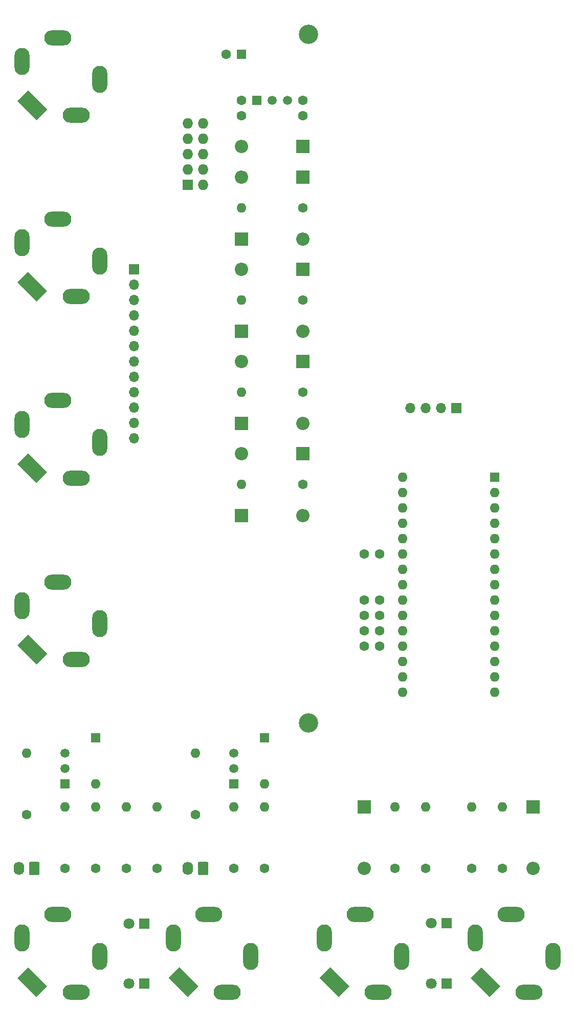
<source format=gbr>
%TF.GenerationSoftware,KiCad,Pcbnew,5.1.12-84ad8e8a86~92~ubuntu20.04.1*%
%TF.CreationDate,2021-11-13T16:11:19-05:00*%
%TF.ProjectId,gearseq,67656172-7365-4712-9e6b-696361645f70,rev?*%
%TF.SameCoordinates,Original*%
%TF.FileFunction,Soldermask,Top*%
%TF.FilePolarity,Negative*%
%FSLAX46Y46*%
G04 Gerber Fmt 4.6, Leading zero omitted, Abs format (unit mm)*
G04 Created by KiCad (PCBNEW 5.1.12-84ad8e8a86~92~ubuntu20.04.1) date 2021-11-13 16:11:19*
%MOMM*%
%LPD*%
G01*
G04 APERTURE LIST*
%ADD10O,1.700000X1.700000*%
%ADD11R,1.700000X1.700000*%
%ADD12O,1.740000X2.200000*%
%ADD13C,1.600000*%
%ADD14O,1.600000X1.600000*%
%ADD15R,1.600000X1.600000*%
%ADD16R,1.500000X1.500000*%
%ADD17C,1.500000*%
%ADD18O,4.500001X2.500001*%
%ADD19O,2.500000X4.500000*%
%ADD20O,2.500000X4.500001*%
%ADD21C,0.100000*%
%ADD22O,4.500000X2.500000*%
%ADD23O,2.200000X2.200000*%
%ADD24R,2.200000X2.200000*%
%ADD25C,1.800000*%
%ADD26R,1.800000X1.800000*%
%ADD27C,3.200000*%
%ADD28O,1.727200X1.727200*%
%ADD29R,1.727200X1.727200*%
G04 APERTURE END LIST*
D10*
%TO.C,J11*%
X47600000Y-91840000D03*
X47600000Y-89300000D03*
X47600000Y-86760000D03*
X47600000Y-84220000D03*
X47600000Y-81680000D03*
X47600000Y-79140000D03*
X47600000Y-76600000D03*
X47600000Y-74060000D03*
X47600000Y-71520000D03*
X47600000Y-68980000D03*
X47600000Y-66440000D03*
D11*
X47600000Y-63900000D03*
%TD*%
D12*
%TO.C,J7*%
X28550000Y-162960000D03*
G36*
G01*
X31960000Y-162109999D02*
X31960000Y-163810001D01*
G75*
G02*
X31710001Y-164060000I-249999J0D01*
G01*
X30469999Y-164060000D01*
G75*
G02*
X30220000Y-163810001I0J249999D01*
G01*
X30220000Y-162109999D01*
G75*
G02*
X30469999Y-161860000I249999J0D01*
G01*
X31710001Y-161860000D01*
G75*
G02*
X31960000Y-162109999I0J-249999D01*
G01*
G37*
%TD*%
%TO.C,J6*%
X56490000Y-162960000D03*
G36*
G01*
X59900000Y-162109999D02*
X59900000Y-163810001D01*
G75*
G02*
X59650001Y-164060000I-249999J0D01*
G01*
X58409999Y-164060000D01*
G75*
G02*
X58160000Y-163810001I0J249999D01*
G01*
X58160000Y-162109999D01*
G75*
G02*
X58409999Y-161860000I249999J0D01*
G01*
X59650001Y-161860000D01*
G75*
G02*
X59900000Y-162109999I0J-249999D01*
G01*
G37*
%TD*%
D13*
%TO.C,C8*%
X88240000Y-121110000D03*
X85740000Y-121110000D03*
%TD*%
%TO.C,C7*%
X88240000Y-126190000D03*
X85740000Y-126190000D03*
%TD*%
%TO.C,C6*%
X88240000Y-123650000D03*
X85740000Y-123650000D03*
%TD*%
%TO.C,C3*%
X88240000Y-118570000D03*
X85740000Y-118570000D03*
%TD*%
%TO.C,C2*%
X88240000Y-110950000D03*
X85740000Y-110950000D03*
%TD*%
D14*
%TO.C,A1*%
X92050000Y-133810000D03*
X107290000Y-133810000D03*
X92050000Y-98250000D03*
X107290000Y-131270000D03*
X92050000Y-100790000D03*
X107290000Y-128730000D03*
X92050000Y-103330000D03*
X107290000Y-126190000D03*
X92050000Y-105870000D03*
X107290000Y-123650000D03*
X92050000Y-108410000D03*
X107290000Y-121110000D03*
X92050000Y-110950000D03*
X107290000Y-118570000D03*
X92050000Y-113490000D03*
X107290000Y-116030000D03*
X92050000Y-116030000D03*
X107290000Y-113490000D03*
X92050000Y-118570000D03*
X107290000Y-110950000D03*
X92050000Y-121110000D03*
X107290000Y-108410000D03*
X92050000Y-123650000D03*
X107290000Y-105870000D03*
X92050000Y-126190000D03*
X107290000Y-103330000D03*
X92050000Y-128730000D03*
X107290000Y-100790000D03*
X92050000Y-131270000D03*
D15*
X107290000Y-98250000D03*
%TD*%
D13*
%TO.C,R8*%
X29820000Y-154070000D03*
D14*
X29820000Y-143910000D03*
%TD*%
D13*
%TO.C,R7*%
X57760000Y-154070000D03*
D14*
X57760000Y-143910000D03*
%TD*%
D13*
%TO.C,R4*%
X41250000Y-162960000D03*
D14*
X41250000Y-152800000D03*
%TD*%
D13*
%TO.C,R3*%
X69190000Y-162960000D03*
D14*
X69190000Y-152800000D03*
%TD*%
D13*
%TO.C,R2*%
X36170000Y-162960000D03*
D14*
X36170000Y-152800000D03*
%TD*%
D13*
%TO.C,R1*%
X64110000Y-162960000D03*
D14*
X64110000Y-152800000D03*
%TD*%
D16*
%TO.C,Q2*%
X36170000Y-148990000D03*
D17*
X36170000Y-143910000D03*
X36170000Y-146450000D03*
%TD*%
D16*
%TO.C,Q1*%
X64110000Y-148990000D03*
D17*
X64110000Y-143910000D03*
X64110000Y-146450000D03*
%TD*%
D14*
%TO.C,D3*%
X41250000Y-148990000D03*
D15*
X41250000Y-141370000D03*
%TD*%
D14*
%TO.C,D2*%
X69190000Y-148990000D03*
D15*
X69190000Y-141370000D03*
%TD*%
D18*
%TO.C,J9*%
X38000000Y-128400000D03*
D19*
X29100000Y-119500000D03*
D20*
X41900000Y-122500000D03*
D21*
G36*
X28285126Y-126032893D02*
G01*
X30052893Y-124265126D01*
X33234874Y-127447107D01*
X31467107Y-129214874D01*
X28285126Y-126032893D01*
G37*
D22*
X35000000Y-115600000D03*
%TD*%
D18*
%TO.C,J8*%
X38000000Y-98400000D03*
D19*
X29100000Y-89500000D03*
D20*
X41900000Y-92500000D03*
D21*
G36*
X28285126Y-96032893D02*
G01*
X30052893Y-94265126D01*
X33234874Y-97447107D01*
X31467107Y-99214874D01*
X28285126Y-96032893D01*
G37*
D22*
X35000000Y-85600000D03*
%TD*%
D18*
%TO.C,J13*%
X88000000Y-183400000D03*
D19*
X79100000Y-174500000D03*
D20*
X91900000Y-177500000D03*
D21*
G36*
X78285126Y-181032893D02*
G01*
X80052893Y-179265126D01*
X83234874Y-182447107D01*
X81467107Y-184214874D01*
X78285126Y-181032893D01*
G37*
D22*
X85000000Y-170600000D03*
%TD*%
D18*
%TO.C,J12*%
X113000000Y-183400000D03*
D19*
X104100000Y-174500000D03*
D20*
X116900000Y-177500000D03*
D21*
G36*
X103285126Y-181032893D02*
G01*
X105052893Y-179265126D01*
X108234874Y-182447107D01*
X106467107Y-184214874D01*
X103285126Y-181032893D01*
G37*
D22*
X110000000Y-170600000D03*
%TD*%
D18*
%TO.C,J4*%
X38000000Y-183400000D03*
D19*
X29100000Y-174500000D03*
D20*
X41900000Y-177500000D03*
D21*
G36*
X28285126Y-181032893D02*
G01*
X30052893Y-179265126D01*
X33234874Y-182447107D01*
X31467107Y-184214874D01*
X28285126Y-181032893D01*
G37*
D22*
X35000000Y-170600000D03*
%TD*%
D18*
%TO.C,J3*%
X63000000Y-183400000D03*
D19*
X54100000Y-174500000D03*
D20*
X66900000Y-177500000D03*
D21*
G36*
X53285126Y-181032893D02*
G01*
X55052893Y-179265126D01*
X58234874Y-182447107D01*
X56467107Y-184214874D01*
X53285126Y-181032893D01*
G37*
D22*
X60000000Y-170600000D03*
%TD*%
D18*
%TO.C,J2*%
X38000000Y-68400000D03*
D19*
X29100000Y-59500000D03*
D20*
X41900000Y-62500000D03*
D21*
G36*
X28285126Y-66032893D02*
G01*
X30052893Y-64265126D01*
X33234874Y-67447107D01*
X31467107Y-69214874D01*
X28285126Y-66032893D01*
G37*
D22*
X35000000Y-55600000D03*
%TD*%
D18*
%TO.C,J1*%
X38000000Y-38400000D03*
D19*
X29100000Y-29500000D03*
D20*
X41900000Y-32500000D03*
D21*
G36*
X28285126Y-36032893D02*
G01*
X30052893Y-34265126D01*
X33234874Y-37447107D01*
X31467107Y-39214874D01*
X28285126Y-36032893D01*
G37*
D22*
X35000000Y-25600000D03*
%TD*%
D23*
%TO.C,D15*%
X85700000Y-162960000D03*
D24*
X85700000Y-152800000D03*
%TD*%
D23*
%TO.C,D14*%
X113640000Y-162960000D03*
D24*
X113640000Y-152800000D03*
%TD*%
D13*
%TO.C,R12*%
X75540000Y-99460000D03*
D14*
X65380000Y-99460000D03*
%TD*%
D13*
%TO.C,R11*%
X75540000Y-84220000D03*
D14*
X65380000Y-84220000D03*
%TD*%
D13*
%TO.C,R6*%
X75540000Y-68980000D03*
D14*
X65380000Y-68980000D03*
%TD*%
D23*
%TO.C,D13*%
X65380000Y-94380000D03*
D24*
X75540000Y-94380000D03*
%TD*%
D23*
%TO.C,D12*%
X75540000Y-104600000D03*
D24*
X65380000Y-104600000D03*
%TD*%
D23*
%TO.C,D11*%
X65380000Y-79140000D03*
D24*
X75540000Y-79140000D03*
%TD*%
D23*
%TO.C,D10*%
X75540000Y-89360000D03*
D24*
X65380000Y-89360000D03*
%TD*%
D23*
%TO.C,D7*%
X65380000Y-63900000D03*
D24*
X75540000Y-63900000D03*
%TD*%
D23*
%TO.C,D6*%
X75540000Y-74120000D03*
D24*
X65380000Y-74120000D03*
%TD*%
D13*
%TO.C,R16*%
X95860000Y-162960000D03*
D14*
X95860000Y-152800000D03*
%TD*%
D13*
%TO.C,R5*%
X75540000Y-53740000D03*
D14*
X65380000Y-53740000D03*
%TD*%
D13*
%TO.C,R10*%
X46330000Y-162960000D03*
D14*
X46330000Y-152800000D03*
%TD*%
D13*
%TO.C,R9*%
X51410000Y-162960000D03*
D14*
X51410000Y-152800000D03*
%TD*%
D25*
%TO.C,D17*%
X96760000Y-172000000D03*
D26*
X99300000Y-172000000D03*
%TD*%
D25*
%TO.C,D16*%
X96760000Y-182000000D03*
D26*
X99300000Y-182000000D03*
%TD*%
D23*
%TO.C,D5*%
X65380000Y-48660000D03*
D24*
X75540000Y-48660000D03*
%TD*%
D23*
%TO.C,D4*%
X75540000Y-58880000D03*
D24*
X65380000Y-58880000D03*
%TD*%
D25*
%TO.C,D9*%
X46760000Y-172100000D03*
D26*
X49300000Y-172100000D03*
%TD*%
D25*
%TO.C,D8*%
X46760000Y-182000000D03*
D26*
X49300000Y-182000000D03*
%TD*%
D23*
%TO.C,D1*%
X65380000Y-43580000D03*
D24*
X75540000Y-43580000D03*
%TD*%
D27*
%TO.C,H1*%
X76500000Y-25000000D03*
%TD*%
D28*
%TO.C,J5*%
X59030000Y-39770000D03*
X56490000Y-39770000D03*
X59030000Y-42310000D03*
X56490000Y-42310000D03*
X59030000Y-44850000D03*
X56490000Y-44850000D03*
X59030000Y-47390000D03*
X56490000Y-47390000D03*
X59030000Y-49930000D03*
D29*
X56490000Y-49930000D03*
%TD*%
D11*
%TO.C,J10*%
X100940000Y-86820000D03*
D10*
X98400000Y-86820000D03*
X95860000Y-86820000D03*
X93320000Y-86820000D03*
%TD*%
D13*
%TO.C,C1*%
X62880000Y-28340000D03*
D15*
X65380000Y-28340000D03*
%TD*%
D13*
%TO.C,C4*%
X75540000Y-38460000D03*
X75540000Y-35960000D03*
%TD*%
%TO.C,C5*%
X65380000Y-38460000D03*
X65380000Y-35960000D03*
%TD*%
%TO.C,R15*%
X90780000Y-162960000D03*
D14*
X90780000Y-152800000D03*
%TD*%
D13*
%TO.C,R14*%
X103480000Y-162960000D03*
D14*
X103480000Y-152800000D03*
%TD*%
D27*
%TO.C,H2*%
X76500000Y-138900000D03*
%TD*%
D16*
%TO.C,U1*%
X67920000Y-35960000D03*
D17*
X73000000Y-35960000D03*
X70460000Y-35960000D03*
%TD*%
D13*
%TO.C,R13*%
X108560000Y-162960000D03*
D14*
X108560000Y-152800000D03*
%TD*%
M02*

</source>
